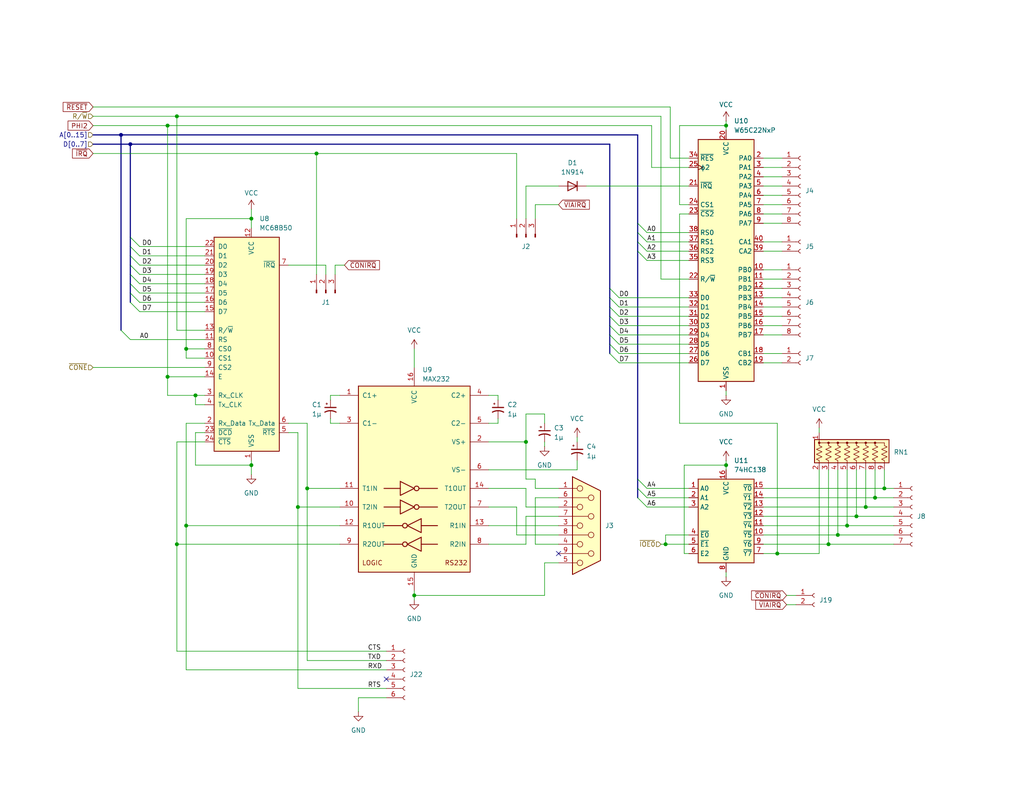
<source format=kicad_sch>
(kicad_sch (version 20250114) (generator "eeschema") (generator_version "9.0")
  (paper "USLetter")
  (lib_symbols
    (symbol "74xx:74HC138"
      (property "Reference" "U" (at -7.62 13.97 0))
      (property "Value" "74HC138" (at 2.54 -11.43 0))
      (symbol "74HC138_0_1"
        (rectangle (start -7.62 12.7) (end 7.62 -10.16) (stroke (width 0.254)) (fill (type background)))
      )
      (symbol "74HC138_1_1"
        (pin input line (at -10.16 10.16 0) (length 2.54) (name "A0") (number "1"))
        (pin input line (at -10.16 7.62 0) (length 2.54) (name "A1") (number "2"))
        (pin input line (at -10.16 5.08 0) (length 2.54) (name "A2") (number "3"))
        (pin input line (at -10.16 -2.54 0) (length 2.54) (name "~{E0}") (number "4"))
        (pin input line (at -10.16 -5.08 0) (length 2.54) (name "~{E1}") (number "5"))
        (pin input line (at -10.16 -7.62 0) (length 2.54) (name "E2") (number "6"))
        (pin power_in line (at 0 15.24 270) (length 2.54) (name "VCC") (number "16"))
        (pin power_in line (at 0 -12.7 90) (length 2.54) (name "GND") (number "8"))
        (pin output line (at 10.16 10.16 180) (length 2.54) (name "~{Y0}") (number "15"))
        (pin output line (at 10.16 7.62 180) (length 2.54) (name "~{Y1}") (number "14"))
        (pin output line (at 10.16 5.08 180) (length 2.54) (name "~{Y2}") (number "13"))
        (pin output line (at 10.16 2.54 180) (length 2.54) (name "~{Y3}") (number "12"))
        (pin output line (at 10.16 0 180) (length 2.54) (name "~{Y4}") (number "11"))
        (pin output line (at 10.16 -2.54 180) (length 2.54) (name "~{Y5}") (number "10"))
        (pin output line (at 10.16 -5.08 180) (length 2.54) (name "~{Y6}") (number "9"))
        (pin output line (at 10.16 -7.62 180) (length 2.54) (name "~{Y7}") (number "7"))
      )
    )
    (symbol "Connector:Conn_01x02_Socket" (pin_names (offset 1.016) (hide yes))
      (property "Reference" "J" (at 0 2.54 0))
      (property "Value" "Conn_01x02_Socket" (at 0 -5.08 0))
      (symbol "Conn_01x02_Socket_1_1"
        (polyline (pts (xy -1.27 0) (xy -0.508 0)) (stroke (width 0.1524)))
        (polyline (pts (xy -1.27 -2.54) (xy -0.508 -2.54)) (stroke (width 0.1524)))
        (arc (start 0 -0.508) (mid -0.5058 0) (end 0 0.508) (stroke (width 0.1524)))
        (arc (start 0 -3.048) (mid -0.5058 -2.54) (end 0 -2.032) (stroke (width 0.1524)))
        (pin passive line (at -5.08 0 0) (length 3.81) (name "Pin_1") (number "1"))
        (pin passive line (at -5.08 -2.54 0) (length 3.81) (name "Pin_2") (number "2"))
      )
    )
    (symbol "Connector:Conn_01x03_Pin" (pin_names (offset 1.016) (hide yes))
      (property "Reference" "J" (at 0 5.08 0))
      (property "Value" "Conn_01x03_Pin" (at 0 -5.08 0))
      (symbol "Conn_01x03_Pin_1_1"
        (rectangle (start 0.8636 2.667) (end 0 2.413) (stroke (width 0.1524)) (fill (type outline)))
        (rectangle (start 0.8636 0.127) (end 0 -0.127) (stroke (width 0.1524)) (fill (type outline)))
        (rectangle (start 0.8636 -2.413) (end 0 -2.667) (stroke (width 0.1524)) (fill (type outline)))
        (polyline (pts (xy 1.27 2.54) (xy 0.8636 2.54)) (stroke (width 0.1524)))
        (polyline (pts (xy 1.27 0) (xy 0.8636 0)) (stroke (width 0.1524)))
        (polyline (pts (xy 1.27 -2.54) (xy 0.8636 -2.54)) (stroke (width 0.1524)))
        (pin passive line (at 5.08 2.54 180) (length 3.81) (name "Pin_1") (number "1"))
        (pin passive line (at 5.08 0 180) (length 3.81) (name "Pin_2") (number "2"))
        (pin passive line (at 5.08 -2.54 180) (length 3.81) (name "Pin_3") (number "3"))
      )
    )
    (symbol "Connector:Conn_01x06_Socket" (pin_names (offset 1.016) (hide yes))
      (property "Reference" "J" (at 0 7.62 0))
      (property "Value" "Conn_01x06_Socket" (at 0 -10.16 0))
      (symbol "Conn_01x06_Socket_1_1"
        (polyline (pts (xy -1.27 5.08) (xy -0.508 5.08)) (stroke (width 0.1524)))
        (polyline (pts (xy -1.27 2.54) (xy -0.508 2.54)) (stroke (width 0.1524)))
        (polyline (pts (xy -1.27 0) (xy -0.508 0)) (stroke (width 0.1524)))
        (polyline (pts (xy -1.27 -2.54) (xy -0.508 -2.54)) (stroke (width 0.1524)))
        (polyline (pts (xy -1.27 -5.08) (xy -0.508 -5.08)) (stroke (width 0.1524)))
        (polyline (pts (xy -1.27 -7.62) (xy -0.508 -7.62)) (stroke (width 0.1524)))
        (arc (start 0 4.572) (mid -0.5058 5.08) (end 0 5.588) (stroke (width 0.1524)))
        (arc (start 0 2.032) (mid -0.5058 2.54) (end 0 3.048) (stroke (width 0.1524)))
        (arc (start 0 -0.508) (mid -0.5058 0) (end 0 0.508) (stroke (width 0.1524)))
        (arc (start 0 -3.048) (mid -0.5058 -2.54) (end 0 -2.032) (stroke (width 0.1524)))
        (arc (start 0 -5.588) (mid -0.5058 -5.08) (end 0 -4.572) (stroke (width 0.1524)))
        (arc (start 0 -8.128) (mid -0.5058 -7.62) (end 0 -7.112) (stroke (width 0.1524)))
        (pin passive line (at -5.08 5.08 0) (length 3.81) (name "Pin_1") (number "1"))
        (pin passive line (at -5.08 2.54 0) (length 3.81) (name "Pin_2") (number "2"))
        (pin passive line (at -5.08 0 0) (length 3.81) (name "Pin_3") (number "3"))
        (pin passive line (at -5.08 -2.54 0) (length 3.81) (name "Pin_4") (number "4"))
        (pin passive line (at -5.08 -5.08 0) (length 3.81) (name "Pin_5") (number "5"))
        (pin passive line (at -5.08 -7.62 0) (length 3.81) (name "Pin_6") (number "6"))
      )
    )
    (symbol "Connector:Conn_01x07_Socket" (pin_names (offset 1.016) (hide yes))
      (property "Reference" "J" (at 0 10.16 0))
      (property "Value" "Conn_01x07_Socket" (at 0 -10.16 0))
      (symbol "Conn_01x07_Socket_1_1"
        (polyline (pts (xy -1.27 7.62) (xy -0.508 7.62)) (stroke (width 0.1524)))
        (polyline (pts (xy -1.27 5.08) (xy -0.508 5.08)) (stroke (width 0.1524)))
        (polyline (pts (xy -1.27 2.54) (xy -0.508 2.54)) (stroke (width 0.1524)))
        (polyline (pts (xy -1.27 0) (xy -0.508 0)) (stroke (width 0.1524)))
        (polyline (pts (xy -1.27 -2.54) (xy -0.508 -2.54)) (stroke (width 0.1524)))
        (polyline (pts (xy -1.27 -5.08) (xy -0.508 -5.08)) (stroke (width 0.1524)))
        (polyline (pts (xy -1.27 -7.62) (xy -0.508 -7.62)) (stroke (width 0.1524)))
        (arc (start 0 7.112) (mid -0.5058 7.62) (end 0 8.128) (stroke (width 0.1524)))
        (arc (start 0 4.572) (mid -0.5058 5.08) (end 0 5.588) (stroke (width 0.1524)))
        (arc (start 0 2.032) (mid -0.5058 2.54) (end 0 3.048) (stroke (width 0.1524)))
        (arc (start 0 -0.508) (mid -0.5058 0) (end 0 0.508) (stroke (width 0.1524)))
        (arc (start 0 -3.048) (mid -0.5058 -2.54) (end 0 -2.032) (stroke (width 0.1524)))
        (arc (start 0 -5.588) (mid -0.5058 -5.08) (end 0 -4.572) (stroke (width 0.1524)))
        (arc (start 0 -8.128) (mid -0.5058 -7.62) (end 0 -7.112) (stroke (width 0.1524)))
        (pin passive line (at -5.08 7.62 0) (length 3.81) (name "Pin_1") (number "1"))
        (pin passive line (at -5.08 5.08 0) (length 3.81) (name "Pin_2") (number "2"))
        (pin passive line (at -5.08 2.54 0) (length 3.81) (name "Pin_3") (number "3"))
        (pin passive line (at -5.08 0 0) (length 3.81) (name "Pin_4") (number "4"))
        (pin passive line (at -5.08 -2.54 0) (length 3.81) (name "Pin_5") (number "5"))
        (pin passive line (at -5.08 -5.08 0) (length 3.81) (name "Pin_6") (number "6"))
        (pin passive line (at -5.08 -7.62 0) (length 3.81) (name "Pin_7") (number "7"))
      )
    )
    (symbol "Connector:Conn_01x08_Socket" (pin_names (offset 1.016) (hide yes))
      (property "Reference" "J" (at 0 10.16 0))
      (property "Value" "Conn_01x08_Socket" (at 0 -12.7 0))
      (symbol "Conn_01x08_Socket_1_1"
        (polyline (pts (xy -1.27 7.62) (xy -0.508 7.62)) (stroke (width 0.1524)))
        (polyline (pts (xy -1.27 5.08) (xy -0.508 5.08)) (stroke (width 0.1524)))
        (polyline (pts (xy -1.27 2.54) (xy -0.508 2.54)) (stroke (width 0.1524)))
        (polyline (pts (xy -1.27 0) (xy -0.508 0)) (stroke (width 0.1524)))
        (polyline (pts (xy -1.27 -2.54) (xy -0.508 -2.54)) (stroke (width 0.1524)))
        (polyline (pts (xy -1.27 -5.08) (xy -0.508 -5.08)) (stroke (width 0.1524)))
        (polyline (pts (xy -1.27 -7.62) (xy -0.508 -7.62)) (stroke (width 0.1524)))
        (polyline (pts (xy -1.27 -10.16) (xy -0.508 -10.16)) (stroke (width 0.1524)))
        (arc (start 0 7.112) (mid -0.5058 7.62) (end 0 8.128) (stroke (width 0.1524)))
        (arc (start 0 4.572) (mid -0.5058 5.08) (end 0 5.588) (stroke (width 0.1524)))
        (arc (start 0 2.032) (mid -0.5058 2.54) (end 0 3.048) (stroke (width 0.1524)))
        (arc (start 0 -0.508) (mid -0.5058 0) (end 0 0.508) (stroke (width 0.1524)))
        (arc (start 0 -3.048) (mid -0.5058 -2.54) (end 0 -2.032) (stroke (width 0.1524)))
        (arc (start 0 -5.588) (mid -0.5058 -5.08) (end 0 -4.572) (stroke (width 0.1524)))
        (arc (start 0 -8.128) (mid -0.5058 -7.62) (end 0 -7.112) (stroke (width 0.1524)))
        (arc (start 0 -10.668) (mid -0.5058 -10.16) (end 0 -9.652) (stroke (width 0.1524)))
        (pin passive line (at -5.08 7.62 0) (length 3.81) (name "Pin_1") (number "1"))
        (pin passive line (at -5.08 5.08 0) (length 3.81) (name "Pin_2") (number "2"))
        (pin passive line (at -5.08 2.54 0) (length 3.81) (name "Pin_3") (number "3"))
        (pin passive line (at -5.08 0 0) (length 3.81) (name "Pin_4") (number "4"))
        (pin passive line (at -5.08 -2.54 0) (length 3.81) (name "Pin_5") (number "5"))
        (pin passive line (at -5.08 -5.08 0) (length 3.81) (name "Pin_6") (number "6"))
        (pin passive line (at -5.08 -7.62 0) (length 3.81) (name "Pin_7") (number "7"))
        (pin passive line (at -5.08 -10.16 0) (length 3.81) (name "Pin_8") (number "8"))
      )
    )
    (symbol "Connector:DE9_Receptacle" (pin_names (offset 1.016) (hide yes))
      (property "Reference" "J" (at 0 13.97 0))
      (property "Value" "DE9_Receptacle" (at 0 -14.605 0))
      (symbol "DE9_Receptacle_0_1"
        (polyline (pts (xy -3.81 13.335) (xy -3.81 -13.335) (xy 3.81 -9.525) (xy 3.81 9.525) (xy -3.81 13.335)) (stroke (width 0.254)) (fill (type background)))
        (polyline (pts (xy -3.81 10.16) (xy -2.54 10.16)))
        (polyline (pts (xy -3.81 7.62) (xy 0.508 7.62)))
        (polyline (pts (xy -3.81 5.08) (xy -2.54 5.08)))
        (polyline (pts (xy -3.81 2.54) (xy 0.508 2.54)))
        (polyline (pts (xy -3.81 0) (xy -2.54 0)))
        (polyline (pts (xy -3.81 -2.54) (xy 0.508 -2.54)))
        (polyline (pts (xy -3.81 -5.08) (xy -2.54 -5.08)))
        (polyline (pts (xy -3.81 -7.62) (xy 0.508 -7.62)))
        (polyline (pts (xy -3.81 -10.16) (xy -2.54 -10.16)))
        (circle (center -1.778 10.16) (radius 0.762))
        (circle (center -1.778 5.08) (radius 0.762))
        (circle (center -1.778 0) (radius 0.762))
        (circle (center -1.778 -5.08) (radius 0.762))
        (circle (center -1.778 -10.16) (radius 0.762))
        (circle (center 1.27 7.62) (radius 0.762))
        (circle (center 1.27 2.54) (radius 0.762))
        (circle (center 1.27 -2.54) (radius 0.762))
        (circle (center 1.27 -7.62) (radius 0.762))
      )
      (symbol "DE9_Receptacle_1_1"
        (pin passive line (at -7.62 10.16 0) (length 3.81) (name "1") (number "1"))
        (pin passive line (at -7.62 7.62 0) (length 3.81) (name "6") (number "6"))
        (pin passive line (at -7.62 5.08 0) (length 3.81) (name "2") (number "2"))
        (pin passive line (at -7.62 2.54 0) (length 3.81) (name "7") (number "7"))
        (pin passive line (at -7.62 0 0) (length 3.81) (name "3") (number "3"))
        (pin passive line (at -7.62 -2.54 0) (length 3.81) (name "8") (number "8"))
        (pin passive line (at -7.62 -5.08 0) (length 3.81) (name "4") (number "4"))
        (pin passive line (at -7.62 -7.62 0) (length 3.81) (name "9") (number "9"))
        (pin passive line (at -7.62 -10.16 0) (length 3.81) (name "5") (number "5"))
      )
    )
    (symbol "Device:C_Polarized_Small_US" (pin_numbers (hide yes)) (pin_names (offset 0.254) (hide yes))
      (property "Reference" "C" (at 0.254 1.778 0))
      (property "Value" "C_Polarized_Small_US" (at 0.254 -2.032 0))
      (symbol "C_Polarized_Small_US_0_1"
        (polyline (pts (xy -1.524 0.508) (xy 1.524 0.508)) (stroke (width 0.3048)))
        (polyline (pts (xy -1.27 1.524) (xy -0.762 1.524)))
        (polyline (pts (xy -1.016 1.27) (xy -1.016 1.778)))
        (arc (start -1.524 -0.762) (mid 0 -0.3734) (end 1.524 -0.762) (stroke (width 0.3048)))
      )
      (symbol "C_Polarized_Small_US_1_1"
        (pin passive line (at 0 2.54 270) (length 2.032) (name "~") (number "1"))
        (pin passive line (at 0 -2.54 90) (length 2.032) (name "~") (number "2"))
      )
    )
    (symbol "Device:R_Network08_US" (pin_names (offset 0) (hide yes))
      (property "Reference" "RN" (at -12.7 0 90))
      (property "Value" "R_Network08_US" (at 10.16 0 90))
      (symbol "R_Network08_US_0_1"
        (rectangle (start -11.43 -3.175) (end 8.89 3.175) (stroke (width 0.254)) (fill (type background)))
        (circle (center -10.16 2.286) (radius 0.254) (fill (type outline)))
        (polyline (pts (xy -10.16 2.286) (xy 7.62 2.286)))
        (polyline (pts (xy -10.16 2.286) (xy -10.16 1.524) (xy -9.398 1.1684) (xy -10.922 0.508) (xy -9.398 -0.1524) (xy -10.922 -0.8382) (xy -9.398 -1.524) (xy -10.922 -2.1844) (xy -10.16 -2.54) (xy -10.16 -3.81)))
        (circle (center -7.62 2.286) (radius 0.254) (fill (type outline)))
        (polyline (pts (xy -7.62 2.286) (xy -7.62 1.524) (xy -6.858 1.1684) (xy -8.382 0.508) (xy -6.858 -0.1524) (xy -8.382 -0.8382) (xy -6.858 -1.524) (xy -8.382 -2.1844) (xy -7.62 -2.54) (xy -7.62 -3.81)))
        (circle (center -5.08 2.286) (radius 0.254) (fill (type outline)))
        (polyline (pts (xy -5.08 2.286) (xy -5.08 1.524) (xy -4.318 1.1684) (xy -5.842 0.508) (xy -4.318 -0.1524) (xy -5.842 -0.8382) (xy -4.318 -1.524) (xy -5.842 -2.1844) (xy -5.08 -2.54) (xy -5.08 -3.81)))
        (circle (center -2.54 2.286) (radius 0.254) (fill (type outline)))
        (polyline (pts (xy -2.54 2.286) (xy -2.54 1.524) (xy -1.778 1.1684) (xy -3.302 0.508) (xy -1.778 -0.1524) (xy -3.302 -0.8382) (xy -1.778 -1.524) (xy -3.302 -2.1844) (xy -2.54 -2.54) (xy -2.54 -3.81)))
        (circle (center 0 2.286) (radius 0.254) (fill (type outline)))
        (polyline (pts (xy 0 2.286) (xy 0 1.524) (xy 0.762 1.1684) (xy -0.762 0.508) (xy 0.762 -0.1524) (xy -0.762 -0.8382) (xy 0.762 -1.524) (xy -0.762 -2.1844) (xy 0 -2.54) (xy 0 -3.81)))
        (polyline (pts (xy 2.54 2.286) (xy 2.54 1.524) (xy 3.302 1.1684) (xy 1.778 0.508) (xy 3.302 -0.1524) (xy 1.778 -0.8382) (xy 3.302 -1.524) (xy 1.778 -2.1844) (xy 2.54 -2.54) (xy 2.54 -3.81)))
        (circle (center 2.54 2.286) (radius 0.254) (fill (type outline)))
        (polyline (pts (xy 5.08 2.286) (xy 5.08 1.524) (xy 5.842 1.1684) (xy 4.318 0.508) (xy 5.842 -0.1524) (xy 4.318 -0.8382) (xy 5.842 -1.524) (xy 4.318 -2.1844) (xy 5.08 -2.54) (xy 5.08 -3.81)))
        (circle (center 5.08 2.286) (radius 0.254) (fill (type outline)))
        (polyline (pts (xy 7.62 2.286) (xy 7.62 1.524) (xy 8.382 1.1684) (xy 6.858 0.508) (xy 8.382 -0.1524) (xy 6.858 -0.8382) (xy 8.382 -1.524) (xy 6.858 -2.1844) (xy 7.62 -2.54) (xy 7.62 -3.81)))
      )
      (symbol "R_Network08_US_1_1"
        (pin passive line (at -10.16 5.08 270) (length 2.54) (name "common") (number "1"))
        (pin passive line (at -10.16 -5.08 90) (length 1.27) (name "R1") (number "2"))
        (pin passive line (at -7.62 -5.08 90) (length 1.27) (name "R2") (number "3"))
        (pin passive line (at -5.08 -5.08 90) (length 1.27) (name "R3") (number "4"))
        (pin passive line (at -2.54 -5.08 90) (length 1.27) (name "R4") (number "5"))
        (pin passive line (at 0 -5.08 90) (length 1.27) (name "R5") (number "6"))
        (pin passive line (at 2.54 -5.08 90) (length 1.27) (name "R6") (number "7"))
        (pin passive line (at 5.08 -5.08 90) (length 1.27) (name "R7") (number "8"))
        (pin passive line (at 7.62 -5.08 90) (length 1.27) (name "R8") (number "9"))
      )
    )
    (symbol "Diode:1N914" (pin_numbers (hide yes)) (pin_names (hide yes))
      (property "Reference" "D" (at 0 2.54 0))
      (property "Value" "1N914" (at 0 -2.54 0))
      (symbol "1N914_0_1"
        (polyline (pts (xy -1.27 1.27) (xy -1.27 -1.27)) (stroke (width 0.254)))
        (polyline (pts (xy 1.27 1.27) (xy 1.27 -1.27) (xy -1.27 0) (xy 1.27 1.27)) (stroke (width 0.254)))
        (polyline (pts (xy 1.27 0) (xy -1.27 0)))
      )
      (symbol "1N914_1_1"
        (pin passive line (at -3.81 0 0) (length 2.54) (name "K") (number "1"))
        (pin passive line (at 3.81 0 180) (length 2.54) (name "A") (number "2"))
      )
    )
    (symbol "Interface_UART:MAX232" (pin_names (offset 1.016))
      (property "Reference" "U" (at -2.54 28.575 0))
      (property "Value" "MAX232" (at -2.54 26.67 0))
      (symbol "MAX232_0_0"
        (text "LOGIC" (at -11.43 -22.86 0) (effects (font (size 1.27 1.27))))
        (text "RS232" (at 11.43 -22.86 0) (effects (font (size 1.27 1.27))))
      )
      (symbol "MAX232_0_1"
        (rectangle (start -15.24 -25.4) (end 15.24 25.4) (stroke (width 0.254)) (fill (type background)))
        (polyline (pts (xy -3.81 -0.635) (xy -3.81 -4.445) (xy 0 -2.54) (xy -3.81 -0.635)) (stroke (width 0.254)))
        (polyline (pts (xy -3.81 -2.54) (xy -8.255 -2.54)) (stroke (width 0.254)))
        (polyline (pts (xy -3.81 -5.715) (xy -3.81 -9.525) (xy 0 -7.62) (xy -3.81 -5.715)) (stroke (width 0.254)))
        (polyline (pts (xy -3.81 -7.62) (xy -8.255 -7.62)) (stroke (width 0.254)))
        (polyline (pts (xy -3.175 -12.7) (xy -8.255 -12.7)) (stroke (width 0.254)))
        (polyline (pts (xy -3.175 -17.78) (xy -8.255 -17.78)) (stroke (width 0.254)))
        (circle (center -2.54 -12.7) (radius 0.635) (stroke (width 0.254)))
        (circle (center -2.54 -17.78) (radius 0.635) (stroke (width 0.254)))
        (circle (center 0.635 -2.54) (radius 0.635) (stroke (width 0.254)))
        (circle (center 0.635 -7.62) (radius 0.635) (stroke (width 0.254)))
        (polyline (pts (xy 1.27 -2.54) (xy 6.35 -2.54)) (stroke (width 0.254)))
        (polyline (pts (xy 1.27 -7.62) (xy 6.35 -7.62)) (stroke (width 0.254)))
        (polyline (pts (xy 1.905 -10.795) (xy 1.905 -14.605) (xy -1.905 -12.7) (xy 1.905 -10.795)) (stroke (width 0.254)))
        (polyline (pts (xy 1.905 -12.7) (xy 6.35 -12.7)) (stroke (width 0.254)))
        (polyline (pts (xy 1.905 -15.875) (xy 1.905 -19.685) (xy -1.905 -17.78) (xy 1.905 -15.875)) (stroke (width 0.254)))
        (polyline (pts (xy 1.905 -17.78) (xy 6.35 -17.78)) (stroke (width 0.254)))
      )
      (symbol "MAX232_1_1"
        (pin passive line (at -20.32 22.86 0) (length 5.08) (name "C1+") (number "1"))
        (pin passive line (at -20.32 15.24 0) (length 5.08) (name "C1-") (number "3"))
        (pin input line (at -20.32 -2.54 0) (length 5.08) (name "T1IN") (number "11"))
        (pin input line (at -20.32 -7.62 0) (length 5.08) (name "T2IN") (number "10"))
        (pin output line (at -20.32 -12.7 0) (length 5.08) (name "R1OUT") (number "12"))
        (pin output line (at -20.32 -17.78 0) (length 5.08) (name "R2OUT") (number "9"))
        (pin power_in line (at 0 30.48 270) (length 5.08) (name "VCC") (number "16"))
        (pin power_in line (at 0 -30.48 90) (length 5.08) (name "GND") (number "15"))
        (pin passive line (at 20.32 22.86 180) (length 5.08) (name "C2+") (number "4"))
        (pin passive line (at 20.32 15.24 180) (length 5.08) (name "C2-") (number "5"))
        (pin power_out line (at 20.32 10.16 180) (length 5.08) (name "VS+") (number "2"))
        (pin power_out line (at 20.32 2.54 180) (length 5.08) (name "VS-") (number "6"))
        (pin output line (at 20.32 -2.54 180) (length 5.08) (name "T1OUT") (number "14"))
        (pin output line (at 20.32 -7.62 180) (length 5.08) (name "T2OUT") (number "7"))
        (pin input line (at 20.32 -12.7 180) (length 5.08) (name "R1IN") (number "13"))
        (pin input line (at 20.32 -17.78 180) (length 5.08) (name "R2IN") (number "8"))
      )
    )
    (symbol "Interface_UART:MC68B50" (pin_names (offset 1.016))
      (property "Reference" "U" (at -7.366 31.75 0))
      (property "Value" "MC68B50" (at 10.414 31.75 0))
      (symbol "MC68B50_1_1"
        (rectangle (start -10.16 -27.94) (end 7.62 30.48) (stroke (width 0.254)) (fill (type background)))
        (pin bidirectional line (at -12.7 27.94 0) (length 2.54) (name "D0") (number "22"))
        (pin bidirectional line (at -12.7 25.4 0) (length 2.54) (name "D1") (number "21"))
        (pin bidirectional line (at -12.7 22.86 0) (length 2.54) (name "D2") (number "20"))
        (pin bidirectional line (at -12.7 20.32 0) (length 2.54) (name "D3") (number "19"))
        (pin bidirectional line (at -12.7 17.78 0) (length 2.54) (name "D4") (number "18"))
        (pin bidirectional line (at -12.7 15.24 0) (length 2.54) (name "D5") (number "17"))
        (pin bidirectional line (at -12.7 12.7 0) (length 2.54) (name "D6") (number "16"))
        (pin bidirectional line (at -12.7 10.16 0) (length 2.54) (name "D7") (number "15"))
        (pin input line (at -12.7 5.08 0) (length 2.54) (name "R/~{W}") (number "13"))
        (pin input line (at -12.7 2.54 0) (length 2.54) (name "RS") (number "11"))
        (pin input line (at -12.7 0 0) (length 2.54) (name "CS0") (number "8"))
        (pin input line (at -12.7 -2.54 0) (length 2.54) (name "CS1") (number "10"))
        (pin input line (at -12.7 -5.08 0) (length 2.54) (name "CS2") (number "9"))
        (pin input line (at -12.7 -7.62 0) (length 2.54) (name "E") (number "14"))
        (pin input line (at -12.7 -12.7 0) (length 2.54) (name "Rx_CLK") (number "3"))
        (pin input line (at -12.7 -15.24 0) (length 2.54) (name "Tx_CLK") (number "4"))
        (pin input line (at -12.7 -20.32 0) (length 2.54) (name "Rx_Data") (number "2"))
        (pin input line (at -12.7 -22.86 0) (length 2.54) (name "~{DCD}") (number "23"))
        (pin input line (at -12.7 -25.4 0) (length 2.54) (name "~{CTS}") (number "24"))
        (pin power_in line (at 0 33.02 270) (length 2.54) (name "VCC") (number "12"))
        (pin power_in line (at 0 -30.48 90) (length 2.54) (name "VSS") (number "1"))
        (pin output line (at 10.16 22.86 180) (length 2.54) (name "~{IRQ}") (number "7"))
        (pin output line (at 10.16 -20.32 180) (length 2.54) (name "Tx_Data") (number "6"))
        (pin output line (at 10.16 -22.86 180) (length 2.54) (name "~{RTS}") (number "5"))
      )
    )
    (symbol "PCM_65xx-library:W65C22NxP"
      (property "Reference" "U" (at 2.54 38.1 0))
      (property "Value" "W65C22NxP" (at 2.54 35.56 0))
      (symbol "W65C22NxP_0_1"
        (rectangle (start -7.62 33.02) (end 7.62 -33.02) (stroke (width 0.254)) (fill (type background)))
      )
      (symbol "W65C22NxP_1_1"
        (pin input line (at -10.16 27.94 0) (length 2.54) (name "~{RES}") (number "34"))
        (pin input clock (at -10.16 25.4 0) (length 2.54) (name "ϕ2") (number "25"))
        (pin open_collector line (at -10.16 20.32 0) (length 2.54) (name "~{IRQ}") (number "21"))
        (pin input line (at -10.16 15.24 0) (length 2.54) (name "CS1") (number "24"))
        (pin input line (at -10.16 12.7 0) (length 2.54) (name "~{CS2}") (number "23"))
        (pin input line (at -10.16 7.62 0) (length 2.54) (name "RS0") (number "38"))
        (pin input line (at -10.16 5.08 0) (length 2.54) (name "RS1") (number "37"))
        (pin input line (at -10.16 2.54 0) (length 2.54) (name "RS2") (number "36"))
        (pin input line (at -10.16 0 0) (length 2.54) (name "RS3") (number "35"))
        (pin input line (at -10.16 -5.08 0) (length 2.54) (name "R/~{W}") (number "22"))
        (pin bidirectional line (at -10.16 -10.16 0) (length 2.54) (name "D0") (number "33"))
        (pin bidirectional line (at -10.16 -12.7 0) (length 2.54) (name "D1") (number "32"))
        (pin bidirectional line (at -10.16 -15.24 0) (length 2.54) (name "D2") (number "31"))
        (pin bidirectional line (at -10.16 -17.78 0) (length 2.54) (name "D3") (number "30"))
        (pin bidirectional line (at -10.16 -20.32 0) (length 2.54) (name "D4") (number "29"))
        (pin bidirectional line (at -10.16 -22.86 0) (length 2.54) (name "D5") (number "28"))
        (pin bidirectional line (at -10.16 -25.4 0) (length 2.54) (name "D6") (number "27"))
        (pin bidirectional line (at -10.16 -27.94 0) (length 2.54) (name "D7") (number "26"))
        (pin power_in line (at 0 35.56 270) (length 2.54) (name "VCC") (number "20"))
        (pin power_in line (at 0 -35.56 90) (length 2.54) (name "VSS") (number "1"))
        (pin bidirectional line (at 10.16 27.94 180) (length 2.54) (name "PA0") (number "2"))
        (pin bidirectional line (at 10.16 25.4 180) (length 2.54) (name "PA1") (number "3"))
        (pin bidirectional line (at 10.16 22.86 180) (length 2.54) (name "PA2") (number "4"))
        (pin bidirectional line (at 10.16 20.32 180) (length 2.54) (name "PA3") (number "5"))
        (pin bidirectional line (at 10.16 17.78 180) (length 2.54) (name "PA4") (number "6"))
        (pin bidirectional line (at 10.16 15.24 180) (length 2.54) (name "PA5") (number "7"))
        (pin bidirectional line (at 10.16 12.7 180) (length 2.54) (name "PA6") (number "8"))
        (pin bidirectional line (at 10.16 10.16 180) (length 2.54) (name "PA7") (number "9"))
        (pin input line (at 10.16 5.08 180) (length 2.54) (name "CA1") (number "40"))
        (pin bidirectional line (at 10.16 2.54 180) (length 2.54) (name "CA2") (number "39"))
        (pin bidirectional line (at 10.16 -2.54 180) (length 2.54) (name "PB0") (number "10"))
        (pin bidirectional line (at 10.16 -5.08 180) (length 2.54) (name "PB1") (number "11"))
        (pin bidirectional line (at 10.16 -7.62 180) (length 2.54) (name "PB2") (number "12"))
        (pin bidirectional line (at 10.16 -10.16 180) (length 2.54) (name "PB3") (number "13"))
        (pin bidirectional line (at 10.16 -12.7 180) (length 2.54) (name "PB4") (number "14"))
        (pin bidirectional line (at 10.16 -15.24 180) (length 2.54) (name "PB5") (number "15"))
        (pin bidirectional line (at 10.16 -17.78 180) (length 2.54) (name "PB6") (number "16"))
        (pin bidirectional line (at 10.16 -20.32 180) (length 2.54) (name "PB7") (number "17"))
        (pin input line (at 10.16 -25.4 180) (length 2.54) (name "CB1") (number "18"))
        (pin bidirectional line (at 10.16 -27.94 180) (length 2.54) (name "CB2") (number "19"))
      )
    )
    (symbol "power:GND" (power) (pin_numbers (hide yes)) (pin_names (offset 0) (hide yes))
      (property "Value" "GND" (at 0 -3.81 0))
      (symbol "GND_0_1"
        (polyline (pts (xy 0 0) (xy 0 -1.27) (xy 1.27 -1.27) (xy 0 -2.54) (xy -1.27 -1.27) (xy 0 -1.27)))
      )
      (symbol "GND_1_1"
        (pin power_in line (at 0 0 270) (length 0) (name "~") (number "1"))
      )
    )
    (symbol "power:VCC" (power) (pin_numbers (hide yes)) (pin_names (offset 0) (hide yes))
      (property "Value" "VCC" (at 0 3.556 0))
      (symbol "VCC_0_1"
        (polyline (pts (xy -0.762 1.27) (xy 0 2.54)))
        (polyline (pts (xy 0 2.54) (xy 0.762 1.27)))
        (polyline (pts (xy 0 0) (xy 0 2.54)))
      )
      (symbol "VCC_1_1"
        (pin power_in line (at 0 0 90) (length 0) (name "~") (number "1"))
      )
    )
  )
  (junction (at 53.34 107.95))
  (junction (at 83.82 133.35))
  (junction (at 48.26 31.75))
  (junction (at 241.3 133.35))
  (junction (at 45.72 102.87))
  (junction (at 48.26 148.59))
  (junction (at 35.56 39.37))
  (junction (at 238.76 135.89))
  (junction (at 68.58 127))
  (junction (at 212.09 151.13))
  (junction (at 233.68 140.97))
  (junction (at 50.8 143.51))
  (junction (at 236.22 138.43))
  (junction (at 198.12 127))
  (junction (at 81.28 138.43))
  (junction (at 45.72 34.29))
  (junction (at 181.61 148.59))
  (junction (at 113.03 162.56))
  (junction (at 68.58 59.69))
  (junction (at 86.36 41.91))
  (junction (at 226.06 148.59))
  (junction (at 143.51 120.65))
  (junction (at 231.14 143.51))
  (junction (at 33.02 36.83))
  (junction (at 228.6 146.05))
  (junction (at 50.8 95.25))
  (junction (at 198.12 34.29))
  (no_connect (at 105.41 185.42))
  (no_connect (at 152.4 151.13))
  (bus_entry (at 35.56 72.39) (size 2.54 2.54))
  (bus_entry (at 35.56 67.31) (size 2.54 2.54))
  (bus_entry (at 35.56 74.93) (size 2.54 2.54))
  (bus_entry (at 173.99 135.89) (size 2.54 2.54))
  (bus_entry (at 166.37 91.44) (size 2.54 2.54))
  (bus_entry (at 35.56 82.55) (size 2.54 2.54))
  (bus_entry (at 35.56 77.47) (size 2.54 2.54))
  (bus_entry (at 173.99 63.5) (size 2.54 2.54))
  (bus_entry (at 33.02 90.17) (size 2.54 2.54))
  (bus_entry (at 173.99 66.04) (size 2.54 2.54))
  (bus_entry (at 173.99 68.58) (size 2.54 2.54))
  (bus_entry (at 173.99 133.35) (size 2.54 2.54))
  (bus_entry (at 166.37 81.28) (size 2.54 2.54))
  (bus_entry (at 173.99 60.96) (size 2.54 2.54))
  (bus_entry (at 173.99 130.81) (size 2.54 2.54))
  (bus_entry (at 35.56 64.77) (size 2.54 2.54))
  (bus_entry (at 166.37 96.52) (size 2.54 2.54))
  (bus_entry (at 166.37 88.9) (size 2.54 2.54))
  (bus_entry (at 166.37 83.82) (size 2.54 2.54))
  (bus_entry (at 166.37 86.36) (size 2.54 2.54))
  (bus_entry (at 35.56 80.01) (size 2.54 2.54))
  (bus_entry (at 166.37 78.74) (size 2.54 2.54))
  (bus_entry (at 166.37 93.98) (size 2.54 2.54))
  (bus_entry (at 35.56 69.85) (size 2.54 2.54))
  (wire (pts (xy 135.89 107.95) (xy 135.89 109.22)))
  (wire (pts (xy 187.96 146.05) (xy 181.61 146.05)))
  (wire (pts (xy 86.36 41.91) (xy 140.97 41.91)))
  (wire (pts (xy 208.28 45.72) (xy 213.36 45.72)))
  (wire (pts (xy 53.34 107.95) (xy 53.34 110.49)))
  (wire (pts (xy 48.26 90.17) (xy 55.88 90.17)))
  (wire (pts (xy 68.58 129.54) (xy 68.58 127)))
  (wire (pts (xy 233.68 140.97) (xy 243.84 140.97)))
  (wire (pts (xy 208.28 78.74) (xy 213.36 78.74)))
  (wire (pts (xy 238.76 128.27) (xy 238.76 135.89)))
  (wire (pts (xy 168.91 86.36) (xy 187.96 86.36)))
  (wire (pts (xy 186.69 151.13) (xy 186.69 127)))
  (wire (pts (xy 81.28 138.43) (xy 92.71 138.43)))
  (wire (pts (xy 38.1 82.55) (xy 55.88 82.55)))
  (wire (pts (xy 187.96 55.88) (xy 185.42 55.88)))
  (wire (pts (xy 182.88 43.18) (xy 182.88 29.21)))
  (wire (pts (xy 81.28 118.11) (xy 81.28 138.43)))
  (wire (pts (xy 45.72 107.95) (xy 53.34 107.95)))
  (wire (pts (xy 228.6 146.05) (xy 243.84 146.05)))
  (wire (pts (xy 81.28 138.43) (xy 81.28 187.96)))
  (wire (pts (xy 148.59 120.65) (xy 148.59 121.92)))
  (wire (pts (xy 97.79 190.5) (xy 97.79 194.31)))
  (wire (pts (xy 146.05 135.89) (xy 146.05 148.59)))
  (wire (pts (xy 157.48 119.38) (xy 157.48 120.65)))
  (wire (pts (xy 236.22 128.27) (xy 236.22 138.43)))
  (wire (pts (xy 208.28 66.04) (xy 213.36 66.04)))
  (wire (pts (xy 53.34 118.11) (xy 53.34 127)))
  (wire (pts (xy 133.35 143.51) (xy 152.4 143.51)))
  (wire (pts (xy 226.06 128.27) (xy 226.06 148.59)))
  (wire (pts (xy 198.12 33.02) (xy 198.12 34.29)))
  (wire (pts (xy 48.26 148.59) (xy 48.26 120.65)))
  (wire (pts (xy 212.09 115.57) (xy 212.09 151.13)))
  (wire (pts (xy 185.42 34.29) (xy 198.12 34.29)))
  (bus (pts (xy 173.99 63.5) (xy 173.99 66.04)))
  (wire (pts (xy 83.82 180.34) (xy 105.41 180.34)))
  (wire (pts (xy 168.91 91.44) (xy 187.96 91.44)))
  (wire (pts (xy 143.51 50.8) (xy 152.4 50.8)))
  (wire (pts (xy 187.96 151.13) (xy 186.69 151.13)))
  (wire (pts (xy 168.91 81.28) (xy 187.96 81.28)))
  (bus (pts (xy 173.99 66.04) (xy 173.99 68.58)))
  (wire (pts (xy 180.34 76.2) (xy 187.96 76.2)))
  (wire (pts (xy 143.51 120.65) (xy 143.51 130.81)))
  (wire (pts (xy 35.56 92.71) (xy 55.88 92.71)))
  (wire (pts (xy 83.82 115.57) (xy 83.82 133.35)))
  (wire (pts (xy 168.91 88.9) (xy 187.96 88.9)))
  (wire (pts (xy 92.71 107.95) (xy 90.17 107.95)))
  (wire (pts (xy 177.8 34.29) (xy 177.8 45.72)))
  (wire (pts (xy 212.09 151.13) (xy 223.52 151.13)))
  (wire (pts (xy 38.1 72.39) (xy 55.88 72.39)))
  (bus (pts (xy 166.37 86.36) (xy 166.37 88.9)))
  (wire (pts (xy 187.96 43.18) (xy 182.88 43.18)))
  (wire (pts (xy 83.82 133.35) (xy 92.71 133.35)))
  (wire (pts (xy 157.48 128.27) (xy 157.48 125.73)))
  (wire (pts (xy 241.3 133.35) (xy 243.84 133.35)))
  (wire (pts (xy 198.12 34.29) (xy 198.12 35.56)))
  (wire (pts (xy 38.1 85.09) (xy 55.88 85.09)))
  (wire (pts (xy 143.51 59.69) (xy 143.51 50.8)))
  (wire (pts (xy 208.28 148.59) (xy 226.06 148.59)))
  (bus (pts (xy 35.56 67.31) (xy 35.56 69.85)))
  (wire (pts (xy 143.51 130.81) (xy 146.05 130.81)))
  (bus (pts (xy 173.99 133.35) (xy 173.99 135.89)))
  (wire (pts (xy 176.53 135.89) (xy 187.96 135.89)))
  (wire (pts (xy 38.1 69.85) (xy 55.88 69.85)))
  (bus (pts (xy 166.37 93.98) (xy 166.37 96.52)))
  (wire (pts (xy 81.28 187.96) (xy 105.41 187.96)))
  (bus (pts (xy 166.37 91.44) (xy 166.37 93.98)))
  (wire (pts (xy 198.12 127) (xy 198.12 128.27)))
  (wire (pts (xy 208.28 81.28) (xy 213.36 81.28)))
  (wire (pts (xy 38.1 67.31) (xy 55.88 67.31)))
  (wire (pts (xy 146.05 148.59) (xy 152.4 148.59)))
  (wire (pts (xy 228.6 128.27) (xy 228.6 146.05)))
  (wire (pts (xy 133.35 138.43) (xy 140.97 138.43)))
  (bus (pts (xy 166.37 39.37) (xy 166.37 78.74)))
  (wire (pts (xy 241.3 128.27) (xy 241.3 133.35)))
  (bus (pts (xy 35.56 74.93) (xy 35.56 77.47)))
  (wire (pts (xy 177.8 45.72) (xy 187.96 45.72)))
  (wire (pts (xy 148.59 113.03) (xy 143.51 113.03)))
  (wire (pts (xy 45.72 34.29) (xy 45.72 102.87)))
  (wire (pts (xy 208.28 138.43) (xy 236.22 138.43)))
  (wire (pts (xy 146.05 55.88) (xy 152.4 55.88)))
  (bus (pts (xy 166.37 83.82) (xy 166.37 86.36)))
  (wire (pts (xy 208.28 135.89) (xy 238.76 135.89)))
  (wire (pts (xy 208.28 53.34) (xy 213.36 53.34)))
  (wire (pts (xy 214.63 162.56) (xy 217.17 162.56)))
  (wire (pts (xy 212.09 151.13) (xy 208.28 151.13)))
  (wire (pts (xy 50.8 143.51) (xy 50.8 182.88)))
  (wire (pts (xy 152.4 140.97) (xy 143.51 140.97)))
  (wire (pts (xy 55.88 118.11) (xy 53.34 118.11)))
  (wire (pts (xy 38.1 80.01) (xy 55.88 80.01)))
  (bus (pts (xy 166.37 81.28) (xy 166.37 83.82)))
  (wire (pts (xy 92.71 148.59) (xy 48.26 148.59)))
  (bus (pts (xy 173.99 68.58) (xy 173.99 130.81)))
  (wire (pts (xy 198.12 125.73) (xy 198.12 127)))
  (wire (pts (xy 208.28 55.88) (xy 213.36 55.88)))
  (wire (pts (xy 50.8 115.57) (xy 55.88 115.57)))
  (wire (pts (xy 176.53 68.58) (xy 187.96 68.58)))
  (wire (pts (xy 223.52 151.13) (xy 223.52 128.27)))
  (wire (pts (xy 68.58 59.69) (xy 68.58 62.23)))
  (wire (pts (xy 236.22 138.43) (xy 243.84 138.43)))
  (bus (pts (xy 166.37 78.74) (xy 166.37 81.28)))
  (wire (pts (xy 92.71 115.57) (xy 90.17 115.57)))
  (wire (pts (xy 133.35 128.27) (xy 157.48 128.27)))
  (wire (pts (xy 214.63 165.1) (xy 217.17 165.1)))
  (wire (pts (xy 135.89 115.57) (xy 135.89 114.3)))
  (wire (pts (xy 176.53 138.43) (xy 187.96 138.43)))
  (wire (pts (xy 146.05 55.88) (xy 146.05 59.69)))
  (wire (pts (xy 208.28 99.06) (xy 213.36 99.06)))
  (wire (pts (xy 50.8 95.25) (xy 50.8 59.69)))
  (wire (pts (xy 68.58 125.73) (xy 68.58 127)))
  (bus (pts (xy 173.99 36.83) (xy 173.99 60.96)))
  (wire (pts (xy 86.36 41.91) (xy 86.36 74.93)))
  (wire (pts (xy 38.1 77.47) (xy 55.88 77.47)))
  (wire (pts (xy 186.69 127) (xy 198.12 127)))
  (wire (pts (xy 180.34 31.75) (xy 180.34 76.2)))
  (wire (pts (xy 133.35 107.95) (xy 135.89 107.95)))
  (wire (pts (xy 148.59 115.57) (xy 148.59 113.03)))
  (wire (pts (xy 50.8 59.69) (xy 68.58 59.69)))
  (bus (pts (xy 35.56 39.37) (xy 166.37 39.37)))
  (wire (pts (xy 208.28 91.44) (xy 213.36 91.44)))
  (wire (pts (xy 185.42 55.88) (xy 185.42 34.29)))
  (bus (pts (xy 173.99 60.96) (xy 173.99 63.5)))
  (wire (pts (xy 223.52 116.84) (xy 223.52 118.11)))
  (wire (pts (xy 208.28 146.05) (xy 228.6 146.05)))
  (wire (pts (xy 226.06 148.59) (xy 243.84 148.59)))
  (wire (pts (xy 25.4 31.75) (xy 48.26 31.75)))
  (wire (pts (xy 208.28 76.2) (xy 213.36 76.2)))
  (wire (pts (xy 143.51 138.43) (xy 152.4 138.43)))
  (wire (pts (xy 53.34 110.49) (xy 55.88 110.49)))
  (wire (pts (xy 48.26 31.75) (xy 180.34 31.75)))
  (wire (pts (xy 208.28 73.66) (xy 213.36 73.66)))
  (wire (pts (xy 180.34 148.59) (xy 181.61 148.59)))
  (wire (pts (xy 146.05 133.35) (xy 152.4 133.35)))
  (bus (pts (xy 35.56 80.01) (xy 35.56 82.55)))
  (wire (pts (xy 92.71 143.51) (xy 50.8 143.51)))
  (wire (pts (xy 208.28 68.58) (xy 213.36 68.58)))
  (wire (pts (xy 140.97 41.91) (xy 140.97 59.69)))
  (wire (pts (xy 231.14 143.51) (xy 243.84 143.51)))
  (wire (pts (xy 181.61 148.59) (xy 181.61 146.05)))
  (wire (pts (xy 208.28 48.26) (xy 213.36 48.26)))
  (wire (pts (xy 160.02 50.8) (xy 187.96 50.8)))
  (wire (pts (xy 50.8 97.79) (xy 50.8 95.25)))
  (wire (pts (xy 176.53 71.12) (xy 187.96 71.12)))
  (bus (pts (xy 173.99 130.81) (xy 173.99 133.35)))
  (wire (pts (xy 50.8 143.51) (xy 50.8 115.57)))
  (wire (pts (xy 143.51 113.03) (xy 143.51 120.65)))
  (bus (pts (xy 35.56 39.37) (xy 35.56 64.77)))
  (bus (pts (xy 35.56 72.39) (xy 35.56 74.93)))
  (wire (pts (xy 91.44 74.93) (xy 91.44 72.39)))
  (wire (pts (xy 208.28 50.8) (xy 213.36 50.8)))
  (wire (pts (xy 208.28 86.36) (xy 213.36 86.36)))
  (bus (pts (xy 166.37 88.9) (xy 166.37 91.44)))
  (wire (pts (xy 168.91 96.52) (xy 187.96 96.52)))
  (wire (pts (xy 133.35 148.59) (xy 143.51 148.59)))
  (wire (pts (xy 143.51 133.35) (xy 143.51 138.43)))
  (wire (pts (xy 198.12 156.21) (xy 198.12 157.48)))
  (wire (pts (xy 45.72 34.29) (xy 177.8 34.29)))
  (wire (pts (xy 133.35 133.35) (xy 143.51 133.35)))
  (wire (pts (xy 176.53 133.35) (xy 187.96 133.35)))
  (wire (pts (xy 168.91 83.82) (xy 187.96 83.82)))
  (wire (pts (xy 140.97 146.05) (xy 152.4 146.05)))
  (wire (pts (xy 181.61 148.59) (xy 187.96 148.59)))
  (bus (pts (xy 35.56 69.85) (xy 35.56 72.39)))
  (wire (pts (xy 208.28 83.82) (xy 213.36 83.82)))
  (wire (pts (xy 113.03 161.29) (xy 113.03 162.56)))
  (wire (pts (xy 208.28 133.35) (xy 241.3 133.35)))
  (wire (pts (xy 25.4 34.29) (xy 45.72 34.29)))
  (wire (pts (xy 25.4 29.21) (xy 182.88 29.21)))
  (wire (pts (xy 148.59 153.67) (xy 152.4 153.67)))
  (wire (pts (xy 176.53 66.04) (xy 187.96 66.04)))
  (wire (pts (xy 208.28 43.18) (xy 213.36 43.18)))
  (wire (pts (xy 48.26 120.65) (xy 55.88 120.65)))
  (wire (pts (xy 88.9 72.39) (xy 88.9 74.93)))
  (wire (pts (xy 105.41 190.5) (xy 97.79 190.5)))
  (wire (pts (xy 143.51 140.97) (xy 143.51 148.59)))
  (wire (pts (xy 45.72 102.87) (xy 45.72 107.95)))
  (wire (pts (xy 90.17 115.57) (xy 90.17 114.3)))
  (wire (pts (xy 90.17 107.95) (xy 90.17 109.22)))
  (wire (pts (xy 25.4 41.91) (xy 86.36 41.91)))
  (wire (pts (xy 185.42 115.57) (xy 212.09 115.57)))
  (wire (pts (xy 133.35 115.57) (xy 135.89 115.57)))
  (bus (pts (xy 25.4 39.37) (xy 35.56 39.37)))
  (wire (pts (xy 208.28 58.42) (xy 213.36 58.42)))
  (bus (pts (xy 33.02 36.83) (xy 173.99 36.83)))
  (wire (pts (xy 50.8 182.88) (xy 105.41 182.88)))
  (wire (pts (xy 113.03 162.56) (xy 148.59 162.56)))
  (wire (pts (xy 68.58 57.15) (xy 68.58 59.69)))
  (wire (pts (xy 208.28 60.96) (xy 213.36 60.96)))
  (wire (pts (xy 152.4 135.89) (xy 146.05 135.89)))
  (wire (pts (xy 238.76 135.89) (xy 243.84 135.89)))
  (wire (pts (xy 53.34 127) (xy 68.58 127)))
  (wire (pts (xy 48.26 177.8) (xy 105.41 177.8)))
  (wire (pts (xy 45.72 102.87) (xy 55.88 102.87)))
  (wire (pts (xy 133.35 120.65) (xy 143.51 120.65)))
  (wire (pts (xy 113.03 95.25) (xy 113.03 100.33)))
  (wire (pts (xy 140.97 138.43) (xy 140.97 146.05)))
  (wire (pts (xy 176.53 63.5) (xy 187.96 63.5)))
  (wire (pts (xy 55.88 95.25) (xy 50.8 95.25)))
  (wire (pts (xy 187.96 58.42) (xy 185.42 58.42)))
  (wire (pts (xy 48.26 148.59) (xy 48.26 177.8)))
  (wire (pts (xy 208.28 143.51) (xy 231.14 143.51)))
  (wire (pts (xy 185.42 58.42) (xy 185.42 115.57)))
  (wire (pts (xy 91.44 72.39) (xy 93.98 72.39)))
  (bus (pts (xy 35.56 77.47) (xy 35.56 80.01)))
  (bus (pts (xy 35.56 64.77) (xy 35.56 67.31)))
  (wire (pts (xy 48.26 31.75) (xy 48.26 90.17)))
  (wire (pts (xy 168.91 99.06) (xy 187.96 99.06)))
  (wire (pts (xy 38.1 74.93) (xy 55.88 74.93)))
  (bus (pts (xy 33.02 36.83) (xy 33.02 90.17)))
  (wire (pts (xy 208.28 140.97) (xy 233.68 140.97)))
  (wire (pts (xy 113.03 162.56) (xy 113.03 163.83)))
  (wire (pts (xy 78.74 72.39) (xy 88.9 72.39)))
  (wire (pts (xy 83.82 133.35) (xy 83.82 180.34)))
  (wire (pts (xy 55.88 97.79) (xy 50.8 97.79)))
  (bus (pts (xy 25.4 36.83) (xy 33.02 36.83)))
  (wire (pts (xy 208.28 96.52) (xy 213.36 96.52)))
  (wire (pts (xy 148.59 153.67) (xy 148.59 162.56)))
  (wire (pts (xy 198.12 106.68) (xy 198.12 107.95)))
  (wire (pts (xy 78.74 115.57) (xy 83.82 115.57)))
  (wire (pts (xy 25.4 100.33) (xy 55.88 100.33)))
  (wire (pts (xy 146.05 130.81) (xy 146.05 133.35)))
  (wire (pts (xy 168.91 93.98) (xy 187.96 93.98)))
  (wire (pts (xy 231.14 128.27) (xy 231.14 143.51)))
  (wire (pts (xy 208.28 88.9) (xy 213.36 88.9)))
  (wire (pts (xy 55.88 107.95) (xy 53.34 107.95)))
  (wire (pts (xy 78.74 118.11) (xy 81.28 118.11)))
  (wire (pts (xy 233.68 128.27) (xy 233.68 140.97)))
  (label "A5" (at 176.53 135.89 0))
  (label "D7" (at 168.91 99.06 0))
  (label "A0" (at 176.53 63.5 0))
  (label "CTS" (at 100.33 177.8 0))
  (label "D1" (at 38.735 69.85 0))
  (label "D0" (at 168.91 81.28 0))
  (label "D2" (at 168.91 86.36 0))
  (label "D6" (at 38.735 82.55 0))
  (label "A2" (at 176.53 68.58 0))
  (label "RXD" (at 100.33 182.88 0))
  (label "D4" (at 38.735 77.47 0))
  (label "D6" (at 168.91 96.52 0))
  (label "A3" (at 176.53 71.12 0))
  (label "D0" (at 38.735 67.31 0))
  (label "D2" (at 38.735 72.39 0))
  (label "D5" (at 38.735 80.01 0))
  (label "RTS" (at 100.33 187.96 0))
  (label "D3" (at 38.735 74.93 0))
  (label "TXD" (at 100.33 180.34 0))
  (label "A1" (at 176.53 66.04 0))
  (label "A0" (at 38.1 92.71 0))
  (label "A6" (at 176.53 138.43 0))
  (label "D7" (at 38.735 85.09 0))
  (label "D1" (at 168.91 83.82 0))
  (label "D5" (at 168.91 93.98 0))
  (label "A4" (at 176.53 133.35 0))
  (label "D4" (at 168.91 91.44 0))
  (label "D3" (at 168.91 88.9 0))
  (global_label "PHI2" (shape input) (at 25.4 34.29 180) (property "Intersheetrefs" "${INTERSHEET_REFS}" (effects (hide yes))))
  (global_label "~{CONIRQ}" (shape input) (at 214.63 162.56 180) (property "Intersheetrefs" "${INTERSHEET_REFS}" (effects (hide yes))))
  (global_label "~{RESET}" (shape input) (at 25.4 29.21 180) (property "Intersheetrefs" "${INTERSHEET_REFS}" (effects (hide yes))))
  (global_label "~{CONIRQ}" (shape input) (at 93.98 72.39 0) (property "Intersheetrefs" "${INTERSHEET_REFS}" (effects (hide yes))))
  (global_label "~{VIAIRQ}" (shape input) (at 152.4 55.88 0) (property "Intersheetrefs" "${INTERSHEET_REFS}" (effects (hide yes))))
  (global_label "~{IRQ}" (shape input) (at 25.4 41.91 180) (property "Intersheetrefs" "${INTERSHEET_REFS}" (effects (hide yes))))
  (global_label "~{VIAIRQ}" (shape input) (at 214.63 165.1 180) (property "Intersheetrefs" "${INTERSHEET_REFS}" (effects (hide yes))))
  (hierarchical_label "A[0..15]" (shape input) (at 25.4 36.83 180))
  (hierarchical_label "D[0..7]" (shape input) (at 25.4 39.37 180))
  (hierarchical_label "R{slash}~{W}" (shape input) (at 25.4 31.75 180))
  (hierarchical_label "~{IOE0}" (shape input) (at 180.34 148.59 180))
  (hierarchical_label "~{CONE}" (shape input) (at 25.4 100.33 180))
  (symbol (lib_id "Diode:1N914") (at 156.21 50.8 180) (unit 1)
    (property "Reference" "D1" (at 156.21 44.45 0))
    (property "Value" "1N914" (at 156.21 46.99 0))
    (property "Footprint" "Diode_THT:D_DO-35_SOD27_P7.62mm_Horizontal" (effects (hide yes)))
    (property "Datasheet" "http://www.vishay.com/docs/85622/1n914.pdf" (effects (hide yes)))
    (property "Description" "100V 0.3A Small Signal Fast Switching Diode, DO-35" (effects (hide yes)))
    (property "Sim.Device" "D" (effects (hide yes)))
    (property "Sim.Pins" "1=K 2=A" (effects (hide yes)))
  )
  (symbol (lib_id "Connector:Conn_01x06_Socket") (at 110.49 182.88 0) (unit 1)
    (property "Reference" "J22" (at 111.76 184.1499 0) (effects (justify left)))
    (property "Value" "Conn_01x06_Socket" (effects (hide yes)))
    (property "Footprint" "Connector_PinSocket_2.54mm:PinSocket_1x06_P2.54mm_Vertical" (effects (hide yes)))
    (property "Description" "Generic connector, single row, 01x06, script generated" (effects (hide yes)))
  )
  (symbol (lib_id "Interface_UART:MAX232") (at 113.03 130.81 0) (unit 1)
    (property "Reference" "U9" (at 115.2241 100.965 0) (effects (justify left)))
    (property "Value" "MAX232" (at 115.2241 103.505 0) (effects (justify left)))
    (property "Footprint" "Package_DIP:DIP-16_W7.62mm_Socket" (effects (hide yes)))
    (property "Datasheet" "http://www.ti.com/lit/ds/symlink/max232.pdf" (effects (hide yes)))
  )
  (symbol (lib_id "power:VCC") (at 157.48 119.38 0) (unit 1)
    (property "Reference" "#PWR023" (effects (hide yes)))
    (property "Value" "VCC" (at 157.48 114.3 0))
    (property "Description" "Power symbol creates a global label with name \"VCC\"" (effects (hide yes)))
  )
  (symbol (lib_id "power:VCC") (at 113.03 95.25 0) (unit 1)
    (property "Reference" "#PWR020" (effects (hide yes)))
    (property "Value" "VCC" (at 113.03 90.17 0))
    (property "Description" "Power symbol creates a global label with name \"VCC\"" (effects (hide yes)))
  )
  (symbol (lib_id "power:GND") (at 68.58 129.54 0) (unit 1)
    (property "Reference" "#PWR019" (effects (hide yes)))
    (property "Value" "GND" (at 68.58 134.62 0))
    (property "Description" "Power symbol creates a global label with name \"GND\" , ground" (effects (hide yes)))
  )
  (symbol (lib_id "power:VCC") (at 198.12 125.73 0) (unit 1)
    (property "Reference" "#PWR026" (effects (hide yes)))
    (property "Value" "VCC" (at 198.12 120.65 0))
    (property "Description" "Power symbol creates a global label with name \"VCC\"" (effects (hide yes)))
  )
  (symbol (lib_id "Device:C_Polarized_Small_US") (at 135.89 111.76 0) (unit 1)
    (property "Reference" "C2" (at 138.43 110.49 0) (effects (justify left)))
    (property "Value" "1µ" (at 138.43 113.03 0) (effects (justify left)))
    (property "Footprint" "Capacitor_THT:CP_Radial_D4.0mm_P2.00mm" (effects (hide yes)))
  )
  (symbol (lib_id "Device:R_Network08_US") (at 233.68 123.19 0) (unit 1)
    (property "Reference" "RN1" (at 243.84 123.4439 0) (effects (justify left)))
    (property "Value" "R_Network08_US" (effects (hide yes)))
    (property "Footprint" "Resistor_THT:R_Array_SIP9" (effects (hide yes)))
    (property "Datasheet" "http://www.vishay.com/docs/31509/csc.pdf" (effects (hide yes)))
    (property "Description" "8 resistor network, star topology, bussed resistors, small US symbol" (effects (hide yes)))
  )
  (symbol (lib_id "Connector:Conn_01x02_Socket") (at 218.44 66.04 0) (unit 1)
    (property "Reference" "J5" (at 219.71 67.3099 0) (effects (justify left)))
    (property "Value" "Conn_01x02_Socket" (effects (hide yes)))
    (property "Footprint" "Connector_PinSocket_2.54mm:PinSocket_1x02_P2.54mm_Vertical" (effects (hide yes)))
    (property "Description" "Generic connector, single row, 01x02, script generated" (effects (hide yes)))
  )
  (symbol (lib_id "Connector:Conn_01x02_Socket") (at 222.25 162.56 0) (unit 1)
    (property "Reference" "J19" (at 223.52 163.8299 0) (effects (justify left)))
    (property "Value" "Conn_01x02_Socket" (effects (hide yes)))
    (property "Footprint" "Connector_PinSocket_2.54mm:PinSocket_1x02_P2.54mm_Vertical" (effects (hide yes)))
    (property "Description" "Generic connector, single row, 01x02, script generated" (effects (hide yes)))
  )
  (symbol (lib_id "Connector:Conn_01x08_Socket") (at 218.44 81.28 0) (unit 1)
    (property "Reference" "J6" (at 219.71 82.5499 0) (effects (justify left)))
    (property "Value" "Conn_01x08_Socket" (effects (hide yes)))
    (property "Footprint" "Connector_PinSocket_2.54mm:PinSocket_1x08_P2.54mm_Vertical" (effects (hide yes)))
    (property "Description" "Generic connector, single row, 01x08, script generated" (effects (hide yes)))
  )
  (symbol (lib_id "Connector:Conn_01x08_Socket") (at 218.44 50.8 0) (unit 1)
    (property "Reference" "J4" (at 219.71 52.0699 0) (effects (justify left)))
    (property "Value" "Conn_01x08_Socket" (effects (hide yes)))
    (property "Footprint" "Connector_PinSocket_2.54mm:PinSocket_1x08_P2.54mm_Vertical" (effects (hide yes)))
    (property "Description" "Generic connector, single row, 01x08, script generated" (effects (hide yes)))
  )
  (symbol (lib_id "power:VCC") (at 198.12 33.02 0) (unit 1)
    (property "Reference" "#PWR024" (effects (hide yes)))
    (property "Value" "VCC" (at 198.12 28.575 0))
    (property "Description" "Power symbol creates a global label with name \"VCC\"" (effects (hide yes)))
  )
  (symbol (lib_id "Connector:Conn_01x03_Pin") (at 88.9 80.01 90) (unit 1)
    (property "Reference" "J1" (at 88.9 82.55 90))
    (property "Value" "Conn_01x03_Pin" (effects (hide yes)))
    (property "Footprint" "Connector_PinHeader_2.54mm:PinHeader_1x03_P2.54mm_Vertical" (effects (hide yes)))
    (property "Description" "Generic connector, single row, 01x03, script generated" (effects (hide yes)))
  )
  (symbol (lib_id "power:GND") (at 148.59 121.92 0) (unit 1)
    (property "Reference" "#PWR022" (effects (hide yes)))
    (property "Value" "GND" (at 148.59 127 0))
    (property "Description" "Power symbol creates a global label with name \"GND\" , ground" (effects (hide yes)))
  )
  (symbol (lib_id "power:VCC") (at 68.58 57.15 0) (unit 1)
    (property "Reference" "#PWR018" (effects (hide yes)))
    (property "Value" "VCC" (at 68.58 52.705 0))
    (property "Description" "Power symbol creates a global label with name \"VCC\"" (effects (hide yes)))
  )
  (symbol (lib_id "Connector:Conn_01x03_Pin") (at 143.51 64.77 90) (unit 1)
    (property "Reference" "J2" (at 143.51 67.31 90))
    (property "Value" "Conn_01x03_Pin" (effects (hide yes)))
    (property "Footprint" "Connector_PinHeader_2.54mm:PinHeader_1x03_P2.54mm_Vertical" (effects (hide yes)))
    (property "Description" "Generic connector, single row, 01x03, script generated" (effects (hide yes)))
  )
  (symbol (lib_id "power:VCC") (at 223.52 116.84 0) (unit 1)
    (property "Reference" "#PWR032" (effects (hide yes)))
    (property "Value" "VCC" (at 223.52 111.76 0))
    (property "Description" "Power symbol creates a global label with name \"VCC\"" (effects (hide yes)))
  )
  (symbol (lib_id "Connector:DE9_Receptacle") (at 160.02 143.51 0) (unit 1)
    (property "Reference" "J3" (at 165.1 143.51 0) (effects (justify left)))
    (property "Value" "DE9_Receptacle" (effects (hide yes)))
    (property "Footprint" "Connector_Dsub:DSUB-9_Socket_Horizontal_P2.77x2.84mm_EdgePinOffset4.94mm_Housed_MountingHolesOffset4.94mm" (effects (hide yes)))
    (property "Datasheet" " ~" (effects (hide yes)))
  )
  (symbol (lib_id "Device:C_Polarized_Small_US") (at 157.48 123.19 0) (unit 1)
    (property "Reference" "C4" (at 160.02 121.92 0) (effects (justify left)))
    (property "Value" "1µ" (at 160.02 124.46 0) (effects (justify left)))
    (property "Footprint" "Capacitor_THT:CP_Radial_D4.0mm_P2.00mm" (effects (hide yes)))
  )
  (symbol (lib_id "Connector:Conn_01x07_Socket") (at 248.92 140.97 0) (unit 1)
    (property "Reference" "J8" (at 250.19 140.9699 0) (effects (justify left)))
    (property "Value" "Conn_01x07_Socket" (effects (hide yes)))
    (property "Footprint" "Connector_PinSocket_2.54mm:PinSocket_1x07_P2.54mm_Vertical" (effects (hide yes)))
    (property "Description" "Generic connector, single row, 01x07, script generated" (effects (hide yes)))
  )
  (symbol (lib_id "74xx:74HC138") (at 198.12 143.51 0) (unit 1)
    (property "Reference" "U11" (at 200.2633 125.73 0) (effects (justify left)))
    (property "Value" "74HC138" (at 200.2633 128.27 0) (effects (justify left)))
    (property "Footprint" "Package_DIP:DIP-16_W7.62mm_Socket" (effects (hide yes)))
    (property "Datasheet" "http://www.ti.com/lit/ds/symlink/cd74hc238.pdf" (effects (hide yes)))
    (property "Description" "3-to-8 line decoder/multiplexer inverting, DIP-16/SOIC-16/SSOP-16" (effects (hide yes)))
  )
  (symbol (lib_id "Connector:Conn_01x02_Socket") (at 218.44 96.52 0) (unit 1)
    (property "Reference" "J7" (at 219.71 97.7899 0) (effects (justify left)))
    (property "Value" "Conn_01x02_Socket" (effects (hide yes)))
    (property "Footprint" "Connector_PinSocket_2.54mm:PinSocket_1x02_P2.54mm_Vertical" (effects (hide yes)))
    (property "Description" "Generic connector, single row, 01x02, script generated" (effects (hide yes)))
  )
  (symbol (lib_id "Interface_UART:MC68B50") (at 68.58 95.25 0) (unit 1)
    (property "Reference" "U8" (at 70.7741 59.69 0) (effects (justify left)))
    (property "Value" "MC68B50" (at 70.7741 62.23 0) (effects (justify left)))
    (property "Footprint" "Package_DIP:DIP-24_W15.24mm_Socket" (effects (hide yes)))
    (property "Datasheet" "http://pdf.datasheetcatalog.com/datasheet/motorola/MC6850.pdf" (effects (hide yes)))
    (property "Description" "Asynchronous Communications Interface Adapter 2MHz, DIP-40" (effects (hide yes)))
  )
  (symbol (lib_id "Device:C_Polarized_Small_US") (at 90.17 111.76 0) (unit 1)
    (property "Reference" "C1" (at 85.09 110.49 0) (effects (justify left)))
    (property "Value" "1µ" (at 85.09 113.03 0) (effects (justify left)))
    (property "Footprint" "Capacitor_THT:CP_Radial_D4.0mm_P2.00mm" (effects (hide yes)))
  )
  (symbol (lib_id "PCM_65xx-library:W65C22NxP") (at 198.12 71.12 0) (unit 1)
    (property "Reference" "U10" (at 200.2633 33.02 0) (effects (justify left)))
    (property "Value" "W65C22NxP" (at 200.2633 35.56 0) (effects (justify left)))
    (property "Footprint" "Package_DIP:DIP-40_W15.24mm_Socket" (effects (hide yes)))
    (property "Datasheet" "http://www.westerndesigncenter.com/wdc/documentation/w65c22.pdf" (effects (hide yes)))
    (property "Description" "CMOS Versatile Interface Adapter (VIA), 20-pin I/O, 2 Timer/Counters, NMOS-Compatible, DIP-40" (effects (hide yes)))
  )
  (symbol (lib_id "Device:C_Polarized_Small_US") (at 148.59 118.11 0) (unit 1)
    (property "Reference" "C3" (at 151.13 116.84 0) (effects (justify left)))
    (property "Value" "1µ" (at 151.13 119.38 0) (effects (justify left)))
    (property "Footprint" "Capacitor_THT:CP_Radial_D4.0mm_P2.00mm" (effects (hide yes)))
  )
  (symbol (lib_id "power:GND") (at 198.12 157.48 0) (unit 1)
    (property "Reference" "#PWR027" (effects (hide yes)))
    (property "Value" "GND" (at 198.12 162.56 0))
    (property "Description" "Power symbol creates a global label with name \"GND\" , ground" (effects (hide yes)))
  )
  (symbol (lib_id "power:GND") (at 97.79 194.31 0) (unit 1)
    (property "Reference" "#PWR034" (effects (hide yes)))
    (property "Value" "GND" (at 97.79 199.39 0))
    (property "Description" "Power symbol creates a global label with name \"GND\" , ground" (effects (hide yes)))
  )
  (symbol (lib_id "power:GND") (at 198.12 107.95 0) (unit 1)
    (property "Reference" "#PWR025" (effects (hide yes)))
    (property "Value" "GND" (at 198.12 113.03 0))
    (property "Description" "Power symbol creates a global label with name \"GND\" , ground" (effects (hide yes)))
  )
  (symbol (lib_id "power:GND") (at 113.03 163.83 0) (unit 1)
    (property "Reference" "#PWR021" (effects (hide yes)))
    (property "Value" "GND" (at 113.03 168.91 0))
    (property "Description" "Power symbol creates a global label with name \"GND\" , ground" (effects (hide yes)))
  )
)
</source>
